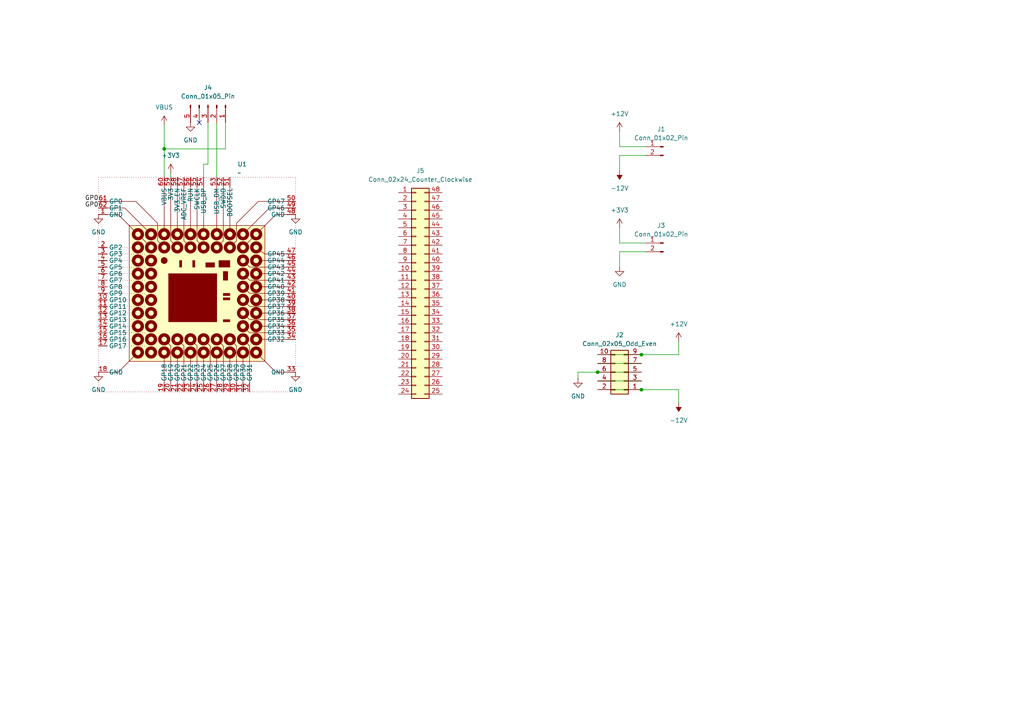
<source format=kicad_sch>
(kicad_sch (version 20231120) (generator "eeschema") (generator_version "8.0")
  (paper "A4")
  (lib_symbols
    (symbol "Connector:Conn_01x02_Pin" (pin_names (offset 1.016) hide)
      (property "Reference" "J" (at 0 2.54 0))
      (property "Value" "Conn_01x02_Pin" (at 0 -5.08 0))
      (symbol "Conn_01x02_Pin_1_1"
        (polyline (pts (xy 1.27 -2.54) (xy 0.8636 -2.54)) (stroke (width 0.1524)))
        (polyline (pts (xy 1.27 0) (xy 0.8636 0)) (stroke (width 0.1524)))
        (rectangle (start 0.8636 -2.413) (end 0 -2.667) (stroke (width 0.1524)) (fill (type outline)))
        (rectangle (start 0.8636 0.127) (end 0 -0.127) (stroke (width 0.1524)) (fill (type outline)))
        (pin passive line (at 5.08 0 180) (length 3.81) (name "Pin_1") (number "1"))
        (pin passive line (at 5.08 -2.54 180) (length 3.81) (name "Pin_2") (number "2"))
      )
    )
    (symbol "Connector:Conn_01x05_Pin" (pin_names (offset 1.016) hide)
      (property "Reference" "J" (at 0 7.62 0))
      (property "Value" "Conn_01x05_Pin" (at 0 -7.62 0))
      (symbol "Conn_01x05_Pin_1_1"
        (polyline (pts (xy 1.27 -5.08) (xy 0.8636 -5.08)) (stroke (width 0.1524)))
        (polyline (pts (xy 1.27 -2.54) (xy 0.8636 -2.54)) (stroke (width 0.1524)))
        (polyline (pts (xy 1.27 0) (xy 0.8636 0)) (stroke (width 0.1524)))
        (polyline (pts (xy 1.27 2.54) (xy 0.8636 2.54)) (stroke (width 0.1524)))
        (polyline (pts (xy 1.27 5.08) (xy 0.8636 5.08)) (stroke (width 0.1524)))
        (rectangle (start 0.8636 -4.953) (end 0 -5.207) (stroke (width 0.1524)) (fill (type outline)))
        (rectangle (start 0.8636 -2.413) (end 0 -2.667) (stroke (width 0.1524)) (fill (type outline)))
        (rectangle (start 0.8636 0.127) (end 0 -0.127) (stroke (width 0.1524)) (fill (type outline)))
        (rectangle (start 0.8636 2.667) (end 0 2.413) (stroke (width 0.1524)) (fill (type outline)))
        (rectangle (start 0.8636 5.207) (end 0 4.953) (stroke (width 0.1524)) (fill (type outline)))
        (pin passive line (at 5.08 5.08 180) (length 3.81) (name "Pin_1") (number "1"))
        (pin passive line (at 5.08 2.54 180) (length 3.81) (name "Pin_2") (number "2"))
        (pin passive line (at 5.08 0 180) (length 3.81) (name "Pin_3") (number "3"))
        (pin passive line (at 5.08 -2.54 180) (length 3.81) (name "Pin_4") (number "4"))
        (pin passive line (at 5.08 -5.08 180) (length 3.81) (name "Pin_5") (number "5"))
      )
    )
    (symbol "Connector_Generic:Conn_02x05_Odd_Even" (pin_names (offset 1.016) hide)
      (property "Reference" "J" (at 1.27 7.62 0))
      (property "Value" "Conn_02x05_Odd_Even" (at 1.27 -7.62 0))
      (symbol "Conn_02x05_Odd_Even_1_1"
        (rectangle (start -1.27 -4.953) (end 0 -5.207) (stroke (width 0.1524)))
        (rectangle (start -1.27 -2.413) (end 0 -2.667) (stroke (width 0.1524)))
        (rectangle (start -1.27 0.127) (end 0 -0.127) (stroke (width 0.1524)))
        (rectangle (start -1.27 2.667) (end 0 2.413) (stroke (width 0.1524)))
        (rectangle (start -1.27 5.207) (end 0 4.953) (stroke (width 0.1524)))
        (rectangle (start -1.27 6.35) (end 3.81 -6.35) (stroke (width 0.254)) (fill (type background)))
        (rectangle (start 3.81 -4.953) (end 2.54 -5.207) (stroke (width 0.1524)))
        (rectangle (start 3.81 -2.413) (end 2.54 -2.667) (stroke (width 0.1524)))
        (rectangle (start 3.81 0.127) (end 2.54 -0.127) (stroke (width 0.1524)))
        (rectangle (start 3.81 2.667) (end 2.54 2.413) (stroke (width 0.1524)))
        (rectangle (start 3.81 5.207) (end 2.54 4.953) (stroke (width 0.1524)))
        (pin passive line (at -5.08 5.08 0) (length 3.81) (name "Pin_1") (number "1"))
        (pin passive line (at 7.62 -5.08 180) (length 3.81) (name "Pin_10") (number "10"))
        (pin passive line (at 7.62 5.08 180) (length 3.81) (name "Pin_2") (number "2"))
        (pin passive line (at -5.08 2.54 0) (length 3.81) (name "Pin_3") (number "3"))
        (pin passive line (at 7.62 2.54 180) (length 3.81) (name "Pin_4") (number "4"))
        (pin passive line (at -5.08 0 0) (length 3.81) (name "Pin_5") (number "5"))
        (pin passive line (at 7.62 0 180) (length 3.81) (name "Pin_6") (number "6"))
        (pin passive line (at -5.08 -2.54 0) (length 3.81) (name "Pin_7") (number "7"))
        (pin passive line (at 7.62 -2.54 180) (length 3.81) (name "Pin_8") (number "8"))
        (pin passive line (at -5.08 -5.08 0) (length 3.81) (name "Pin_9") (number "9"))
      )
    )
    (symbol "Connector_Generic:Conn_02x24_Counter_Clockwise" (pin_names (offset 1.016) hide)
      (property "Reference" "J" (at 1.27 30.48 0))
      (property "Value" "Conn_02x24_Counter_Clockwise" (at 1.27 -33.02 0))
      (symbol "Conn_02x24_Counter_Clockwise_1_1"
        (rectangle (start -1.27 -30.353) (end 0 -30.607) (stroke (width 0.1524)))
        (rectangle (start -1.27 -27.813) (end 0 -28.067) (stroke (width 0.1524)))
        (rectangle (start -1.27 -25.273) (end 0 -25.527) (stroke (width 0.1524)))
        (rectangle (start -1.27 -22.733) (end 0 -22.987) (stroke (width 0.1524)))
        (rectangle (start -1.27 -20.193) (end 0 -20.447) (stroke (width 0.1524)))
        (rectangle (start -1.27 -17.653) (end 0 -17.907) (stroke (width 0.1524)))
        (rectangle (start -1.27 -15.113) (end 0 -15.367) (stroke (width 0.1524)))
        (rectangle (start -1.27 -12.573) (end 0 -12.827) (stroke (width 0.1524)))
        (rectangle (start -1.27 -10.033) (end 0 -10.287) (stroke (width 0.1524)))
        (rectangle (start -1.27 -7.493) (end 0 -7.747) (stroke (width 0.1524)))
        (rectangle (start -1.27 -4.953) (end 0 -5.207) (stroke (width 0.1524)))
        (rectangle (start -1.27 -2.413) (end 0 -2.667) (stroke (width 0.1524)))
        (rectangle (start -1.27 0.127) (end 0 -0.127) (stroke (width 0.1524)))
        (rectangle (start -1.27 2.667) (end 0 2.413) (stroke (width 0.1524)))
        (rectangle (start -1.27 5.207) (end 0 4.953) (stroke (width 0.1524)))
        (rectangle (start -1.27 7.747) (end 0 7.493) (stroke (width 0.1524)))
        (rectangle (start -1.27 10.287) (end 0 10.033) (stroke (width 0.1524)))
        (rectangle (start -1.27 12.827) (end 0 12.573) (stroke (width 0.1524)))
        (rectangle (start -1.27 15.367) (end 0 15.113) (stroke (width 0.1524)))
        (rectangle (start -1.27 17.907) (end 0 17.653) (stroke (width 0.1524)))
        (rectangle (start -1.27 20.447) (end 0 20.193) (stroke (width 0.1524)))
        (rectangle (start -1.27 22.987) (end 0 22.733) (stroke (width 0.1524)))
        (rectangle (start -1.27 25.527) (end 0 25.273) (stroke (width 0.1524)))
        (rectangle (start -1.27 28.067) (end 0 27.813) (stroke (width 0.1524)))
        (rectangle (start -1.27 29.21) (end 3.81 -31.75) (stroke (width 0.254)) (fill (type background)))
        (rectangle (start 3.81 -30.353) (end 2.54 -30.607) (stroke (width 0.1524)))
        (rectangle (start 3.81 -27.813) (end 2.54 -28.067) (stroke (width 0.1524)))
        (rectangle (start 3.81 -25.273) (end 2.54 -25.527) (stroke (width 0.1524)))
        (rectangle (start 3.81 -22.733) (end 2.54 -22.987) (stroke (width 0.1524)))
        (rectangle (start 3.81 -20.193) (end 2.54 -20.447) (stroke (width 0.1524)))
        (rectangle (start 3.81 -17.653) (end 2.54 -17.907) (stroke (width 0.1524)))
        (rectangle (start 3.81 -15.113) (end 2.54 -15.367) (stroke (width 0.1524)))
        (rectangle (start 3.81 -12.573) (end 2.54 -12.827) (stroke (width 0.1524)))
        (rectangle (start 3.81 -10.033) (end 2.54 -10.287) (stroke (width 0.1524)))
        (rectangle (start 3.81 -7.493) (end 2.54 -7.747) (stroke (width 0.1524)))
        (rectangle (start 3.81 -4.953) (end 2.54 -5.207) (stroke (width 0.1524)))
        (rectangle (start 3.81 -2.413) (end 2.54 -2.667) (stroke (width 0.1524)))
        (rectangle (start 3.81 0.127) (end 2.54 -0.127) (stroke (width 0.1524)))
        (rectangle (start 3.81 2.667) (end 2.54 2.413) (stroke (width 0.1524)))
        (rectangle (start 3.81 5.207) (end 2.54 4.953) (stroke (width 0.1524)))
        (rectangle (start 3.81 7.747) (end 2.54 7.493) (stroke (width 0.1524)))
        (rectangle (start 3.81 10.287) (end 2.54 10.033) (stroke (width 0.1524)))
        (rectangle (start 3.81 12.827) (end 2.54 12.573) (stroke (width 0.1524)))
        (rectangle (start 3.81 15.367) (end 2.54 15.113) (stroke (width 0.1524)))
        (rectangle (start 3.81 17.907) (end 2.54 17.653) (stroke (width 0.1524)))
        (rectangle (start 3.81 20.447) (end 2.54 20.193) (stroke (width 0.1524)))
        (rectangle (start 3.81 22.987) (end 2.54 22.733) (stroke (width 0.1524)))
        (rectangle (start 3.81 25.527) (end 2.54 25.273) (stroke (width 0.1524)))
        (rectangle (start 3.81 28.067) (end 2.54 27.813) (stroke (width 0.1524)))
        (pin passive line (at -5.08 27.94 0) (length 3.81) (name "Pin_1") (number "1"))
        (pin passive line (at -5.08 5.08 0) (length 3.81) (name "Pin_10") (number "10"))
        (pin passive line (at -5.08 2.54 0) (length 3.81) (name "Pin_11") (number "11"))
        (pin passive line (at -5.08 0 0) (length 3.81) (name "Pin_12") (number "12"))
        (pin passive line (at -5.08 -2.54 0) (length 3.81) (name "Pin_13") (number "13"))
        (pin passive line (at -5.08 -5.08 0) (length 3.81) (name "Pin_14") (number "14"))
        (pin passive line (at -5.08 -7.62 0) (length 3.81) (name "Pin_15") (number "15"))
        (pin passive line (at -5.08 -10.16 0) (length 3.81) (name "Pin_16") (number "16"))
        (pin passive line (at -5.08 -12.7 0) (length 3.81) (name "Pin_17") (number "17"))
        (pin passive line (at -5.08 -15.24 0) (length 3.81) (name "Pin_18") (number "18"))
        (pin passive line (at -5.08 -17.78 0) (length 3.81) (name "Pin_19") (number "19"))
        (pin passive line (at -5.08 25.4 0) (length 3.81) (name "Pin_2") (number "2"))
        (pin passive line (at -5.08 -20.32 0) (length 3.81) (name "Pin_20") (number "20"))
        (pin passive line (at -5.08 -22.86 0) (length 3.81) (name "Pin_21") (number "21"))
        (pin passive line (at -5.08 -25.4 0) (length 3.81) (name "Pin_22") (number "22"))
        (pin passive line (at -5.08 -27.94 0) (length 3.81) (name "Pin_23") (number "23"))
        (pin passive line (at -5.08 -30.48 0) (length 3.81) (name "Pin_24") (number "24"))
        (pin passive line (at 7.62 -30.48 180) (length 3.81) (name "Pin_25") (number "25"))
        (pin passive line (at 7.62 -27.94 180) (length 3.81) (name "Pin_26") (number "26"))
        (pin passive line (at 7.62 -25.4 180) (length 3.81) (name "Pin_27") (number "27"))
        (pin passive line (at 7.62 -22.86 180) (length 3.81) (name "Pin_28") (number "28"))
        (pin passive line (at 7.62 -20.32 180) (length 3.81) (name "Pin_29") (number "29"))
        (pin passive line (at -5.08 22.86 0) (length 3.81) (name "Pin_3") (number "3"))
        (pin passive line (at 7.62 -17.78 180) (length 3.81) (name "Pin_30") (number "30"))
        (pin passive line (at 7.62 -15.24 180) (length 3.81) (name "Pin_31") (number "31"))
        (pin passive line (at 7.62 -12.7 180) (length 3.81) (name "Pin_32") (number "32"))
        (pin passive line (at 7.62 -10.16 180) (length 3.81) (name "Pin_33") (number "33"))
        (pin passive line (at 7.62 -7.62 180) (length 3.81) (name "Pin_34") (number "34"))
        (pin passive line (at 7.62 -5.08 180) (length 3.81) (name "Pin_35") (number "35"))
        (pin passive line (at 7.62 -2.54 180) (length 3.81) (name "Pin_36") (number "36"))
        (pin passive line (at 7.62 0 180) (length 3.81) (name "Pin_37") (number "37"))
        (pin passive line (at 7.62 2.54 180) (length 3.81) (name "Pin_38") (number "38"))
        (pin passive line (at 7.62 5.08 180) (length 3.81) (name "Pin_39") (number "39"))
        (pin passive line (at -5.08 20.32 0) (length 3.81) (name "Pin_4") (number "4"))
        (pin passive line (at 7.62 7.62 180) (length 3.81) (name "Pin_40") (number "40"))
        (pin passive line (at 7.62 10.16 180) (length 3.81) (name "Pin_41") (number "41"))
        (pin passive line (at 7.62 12.7 180) (length 3.81) (name "Pin_42") (number "42"))
        (pin passive line (at 7.62 15.24 180) (length 3.81) (name "Pin_43") (number "43"))
        (pin passive line (at 7.62 17.78 180) (length 3.81) (name "Pin_44") (number "44"))
        (pin passive line (at 7.62 20.32 180) (length 3.81) (name "Pin_45") (number "45"))
        (pin passive line (at 7.62 22.86 180) (length 3.81) (name "Pin_46") (number "46"))
        (pin passive line (at 7.62 25.4 180) (length 3.81) (name "Pin_47") (number "47"))
        (pin passive line (at 7.62 27.94 180) (length 3.81) (name "Pin_48") (number "48"))
        (pin passive line (at -5.08 17.78 0) (length 3.81) (name "Pin_5") (number "5"))
        (pin passive line (at -5.08 15.24 0) (length 3.81) (name "Pin_6") (number "6"))
        (pin passive line (at -5.08 12.7 0) (length 3.81) (name "Pin_7") (number "7"))
        (pin passive line (at -5.08 10.16 0) (length 3.81) (name "Pin_8") (number "8"))
        (pin passive line (at -5.08 7.62 0) (length 3.81) (name "Pin_9") (number "9"))
      )
    )
    (symbol "allen-synthesis:PGA2350"
      (property "Reference" "U" (at 0 1.27 0))
      (symbol "PGA2350_1_1"
        (polyline (pts (xy 2.54 -46.99) (xy 10.16 -46.99)))
        (polyline (pts (xy 2.54 -43.18) (xy 10.16 -43.18)))
        (polyline (pts (xy 2.54 -39.37) (xy 10.16 -39.37)))
        (polyline (pts (xy 2.54 -35.56) (xy 10.16 -35.56)))
        (polyline (pts (xy 2.54 -31.75) (xy 10.16 -31.75)))
        (polyline (pts (xy 2.54 -27.94) (xy 10.16 -27.94)))
        (polyline (pts (xy 2.54 -24.13) (xy 10.16 -24.13)))
        (polyline (pts (xy 2.54 -20.32) (xy 10.16 -20.32)))
        (polyline (pts (xy 14.605 -19.685) (xy 12.065 -17.145)))
        (polyline (pts (xy 19.05 -59.69) (xy 19.05 -52.07)))
        (polyline (pts (xy 19.05 -2.54) (xy 19.05 -15.24)))
        (polyline (pts (xy 22.86 -59.69) (xy 22.86 -52.07)))
        (polyline (pts (xy 22.86 -2.54) (xy 22.86 -15.24)))
        (polyline (pts (xy 26.67 -59.69) (xy 26.67 -52.07)))
        (polyline (pts (xy 26.67 -2.54) (xy 26.67 -15.24)))
        (polyline (pts (xy 30.48 -59.69) (xy 30.48 -52.07)))
        (polyline (pts (xy 30.48 -2.54) (xy 30.48 -15.24)))
        (polyline (pts (xy 34.29 -59.69) (xy 34.29 -52.07)))
        (polyline (pts (xy 34.29 -2.54) (xy 34.29 -15.24)))
        (polyline (pts (xy 38.1 -59.69) (xy 38.1 -52.07)))
        (polyline (pts (xy 38.1 -2.54) (xy 38.1 -15.24)))
        (polyline (pts (xy 41.91 -59.69) (xy 41.91 -52.07)))
        (polyline (pts (xy 42.545 -19.685) (xy 45.085 -17.145)))
        (polyline (pts (xy 54.61 -46.99) (xy 46.99 -46.99)))
        (polyline (pts (xy 54.61 -43.18) (xy 46.99 -43.18)))
        (polyline (pts (xy 54.61 -39.37) (xy 46.99 -39.37)))
        (polyline (pts (xy 54.61 -35.56) (xy 46.99 -35.56)))
        (polyline (pts (xy 54.61 -31.75) (xy 46.99 -31.75)))
        (polyline (pts (xy 54.61 -27.94) (xy 46.99 -27.94)))
        (polyline (pts (xy 54.61 -24.13) (xy 46.99 -24.13)))
        (polyline (pts (xy 2.54 -48.895) (xy 13.335 -48.895) (xy 14.605 -50.165)))
        (polyline (pts (xy 2.54 -45.085) (xy 13.335 -45.085) (xy 14.605 -46.355)))
        (polyline (pts (xy 2.54 -41.275) (xy 13.335 -41.275) (xy 14.605 -42.545)))
        (polyline (pts (xy 2.54 -37.465) (xy 13.335 -37.465) (xy 14.605 -38.735)))
        (polyline (pts (xy 2.54 -33.655) (xy 13.335 -33.655) (xy 14.605 -34.925)))
        (polyline (pts (xy 2.54 -29.845) (xy 13.335 -29.845) (xy 14.605 -31.115)))
        (polyline (pts (xy 2.54 -26.035) (xy 13.335 -26.035) (xy 14.605 -27.305)))
        (polyline (pts (xy 2.54 -22.225) (xy 13.335 -22.225) (xy 14.605 -23.495)))
        (polyline (pts (xy 10.795 -51.435) (xy 5.715 -56.515) (xy 2.54 -56.515)))
        (polyline (pts (xy 10.795 -15.875) (xy 5.715 -10.795) (xy 2.54 -10.795)))
        (polyline (pts (xy 14.605 -15.875) (xy 7.62 -8.89) (xy 2.54 -8.89)))
        (polyline (pts (xy 20.955 -59.69) (xy 20.955 -48.895) (xy 19.685 -47.625)))
        (polyline (pts (xy 20.955 -2.54) (xy 20.955 -18.415) (xy 22.225 -19.685)))
        (polyline (pts (xy 24.765 -59.69) (xy 24.765 -48.895) (xy 23.495 -47.625)))
        (polyline (pts (xy 24.765 -2.54) (xy 24.765 -18.415) (xy 26.035 -19.685)))
        (polyline (pts (xy 28.575 -59.69) (xy 28.575 -48.895) (xy 27.305 -47.625)))
        (polyline (pts (xy 28.575 -2.54) (xy 28.575 -18.415) (xy 29.845 -19.685)))
        (polyline (pts (xy 32.385 -59.69) (xy 32.385 -48.895) (xy 31.115 -47.625)))
        (polyline (pts (xy 36.195 -59.69) (xy 36.195 -48.895) (xy 34.925 -47.625)))
        (polyline (pts (xy 36.195 -2.54) (xy 36.195 -18.415) (xy 34.925 -19.685)))
        (polyline (pts (xy 40.005 -59.69) (xy 40.005 -48.895) (xy 38.735 -47.625)))
        (polyline (pts (xy 42.545 -15.875) (xy 49.53 -8.89) (xy 54.61 -8.89)))
        (polyline (pts (xy 43.815 -59.69) (xy 43.815 -48.895) (xy 42.545 -47.625)))
        (polyline (pts (xy 46.355 -51.435) (xy 51.435 -56.515) (xy 54.61 -56.515)))
        (polyline (pts (xy 46.355 -15.875) (xy 51.435 -10.795) (xy 54.61 -10.795)))
        (polyline (pts (xy 54.61 -45.085) (xy 43.815 -45.085) (xy 42.545 -43.815)))
        (polyline (pts (xy 54.61 -41.275) (xy 43.815 -41.275) (xy 42.545 -40.005)))
        (polyline (pts (xy 54.61 -37.465) (xy 43.815 -37.465) (xy 42.545 -36.195)))
        (polyline (pts (xy 54.61 -33.655) (xy 43.815 -33.655) (xy 42.545 -32.385)))
        (polyline (pts (xy 54.61 -29.845) (xy 43.815 -29.845) (xy 42.545 -28.575)))
        (polyline (pts (xy 54.61 -26.035) (xy 43.815 -26.035) (xy 42.545 -24.765)))
        (polyline (pts (xy 54.61 -22.225) (xy 48.26 -22.225) (xy 46.355 -20.955)))
        (polyline (pts (xy 18.415 -19.685) (xy 17.145 -18.415) (xy 17.145 -13.335) (xy 10.795 -6.985) (xy 2.54 -6.985)))
        (polyline (pts (xy 38.735 -19.685) (xy 40.005 -18.415) (xy 40.005 -13.335) (xy 46.355 -6.985) (xy 54.61 -6.985)))
        (rectangle (start 0 0) (end 57.15 -62.23) (stroke (width 0) (type dot)))
        (rectangle (start 8.89 -13.97) (end 48.26 -53.34) (fill (type background)))
        (circle (center 11.43 -50.8) (radius 1.27) (stroke (width 1)))
        (circle (center 11.43 -46.99) (radius 1.27) (stroke (width 1)))
        (circle (center 11.43 -43.18) (radius 1.27) (stroke (width 1)))
        (circle (center 11.43 -39.37) (radius 1.27) (stroke (width 1)))
        (circle (center 11.43 -35.56) (radius 1.27) (stroke (width 1)))
        (circle (center 11.43 -31.75) (radius 1.27) (stroke (width 1)))
        (circle (center 11.43 -27.94) (radius 1.27) (stroke (width 1)))
        (circle (center 11.43 -24.13) (radius 1.27) (stroke (width 1)))
        (circle (center 11.43 -20.32) (radius 1.27) (stroke (width 1)))
        (circle (center 11.43 -16.51) (radius 1.27) (stroke (width 1)))
        (circle (center 15.24 -50.8) (radius 1.27) (stroke (width 1)))
        (circle (center 15.24 -46.99) (radius 1.27) (stroke (width 1)))
        (circle (center 15.24 -43.18) (radius 1.27) (stroke (width 1)))
        (circle (center 15.24 -39.37) (radius 1.27) (stroke (width 1)))
        (circle (center 15.24 -35.56) (radius 1.27) (stroke (width 1)))
        (circle (center 15.24 -31.75) (radius 1.27) (stroke (width 1)))
        (circle (center 15.24 -27.94) (radius 1.27) (stroke (width 1)))
        (circle (center 15.24 -24.13) (radius 1.27) (stroke (width 1)))
        (circle (center 15.24 -20.32) (radius 1.27) (stroke (width 1)))
        (circle (center 15.24 -16.51) (radius 1.27) (stroke (width 1)))
        (circle (center 19.05 -50.8) (radius 1.27) (stroke (width 1)))
        (circle (center 19.05 -46.99) (radius 1.27) (stroke (width 1)))
        (circle (center 19.05 -24.13) (radius 0.898) (fill (type outline)))
        (circle (center 19.05 -20.32) (radius 1.27) (stroke (width 1)))
        (circle (center 19.05 -16.51) (radius 1.27) (stroke (width 1)))
        (rectangle (start 20.32 -27.94) (end 34.29 -41.91) (fill (type outline)))
        (circle (center 22.86 -50.8) (radius 1.27) (stroke (width 1)))
        (circle (center 22.86 -46.99) (radius 1.27) (stroke (width 1)))
        (circle (center 22.86 -20.32) (radius 1.27) (stroke (width 1)))
        (circle (center 22.86 -16.51) (radius 1.27) (stroke (width 1)))
        (rectangle (start 23.495 -24.13) (end 24.13 -26.035) (fill (type outline)))
        (circle (center 26.67 -50.8) (radius 1.27) (stroke (width 1)))
        (circle (center 26.67 -46.99) (radius 1.27) (stroke (width 1)))
        (circle (center 26.67 -20.32) (radius 1.27) (stroke (width 1)))
        (circle (center 26.67 -16.51) (radius 1.27) (stroke (width 1)))
        (rectangle (start 27.305 -24.13) (end 27.94 -26.035) (fill (type outline)))
        (circle (center 30.48 -50.8) (radius 1.27) (stroke (width 1)))
        (circle (center 30.48 -46.99) (radius 1.27) (stroke (width 1)))
        (circle (center 30.48 -20.32) (radius 1.27) (stroke (width 1)))
        (circle (center 30.48 -16.51) (radius 1.27) (stroke (width 1)))
        (rectangle (start 31.115 -26.035) (end 33.655 -24.765) (fill (type outline)))
        (circle (center 34.29 -50.8) (radius 1.27) (stroke (width 1)))
        (circle (center 34.29 -46.99) (radius 1.27) (stroke (width 1)))
        (circle (center 34.29 -20.32) (radius 1.27) (stroke (width 1)))
        (circle (center 34.29 -16.51) (radius 1.27) (stroke (width 1)))
        (rectangle (start 34.925 -24.13) (end 38.1 -26.035) (fill (type outline)))
        (rectangle (start 36.195 -41.91) (end 38.1 -41.275) (fill (type outline)))
        (rectangle (start 36.195 -35.56) (end 38.1 -34.925) (fill (type outline)))
        (rectangle (start 36.195 -34.29) (end 38.1 -33.655) (fill (type outline)))
        (rectangle (start 36.195 -27.305) (end 37.465 -29.845) (fill (type outline)))
        (circle (center 38.1 -50.8) (radius 1.27) (stroke (width 1)))
        (circle (center 38.1 -46.99) (radius 1.27) (stroke (width 1)))
        (circle (center 38.1 -20.32) (radius 1.27) (stroke (width 1)))
        (circle (center 38.1 -16.51) (radius 1.27) (stroke (width 1)))
        (circle (center 41.91 -50.8) (radius 1.27) (stroke (width 1)))
        (circle (center 41.91 -46.99) (radius 1.27) (stroke (width 1)))
        (circle (center 41.91 -43.18) (radius 1.27) (stroke (width 1)))
        (circle (center 41.91 -39.37) (radius 1.27) (stroke (width 1)))
        (circle (center 41.91 -35.56) (radius 1.27) (stroke (width 1)))
        (circle (center 41.91 -31.75) (radius 1.27) (stroke (width 1)))
        (circle (center 41.91 -27.94) (radius 1.27) (stroke (width 1)))
        (circle (center 41.91 -24.13) (radius 1.27) (stroke (width 1)))
        (circle (center 41.91 -20.32) (radius 1.27) (stroke (width 1)))
        (circle (center 41.91 -16.51) (radius 1.27) (stroke (width 1)))
        (circle (center 45.72 -50.8) (radius 1.27) (stroke (width 1)))
        (circle (center 45.72 -46.99) (radius 1.27) (stroke (width 1)))
        (circle (center 45.72 -43.18) (radius 1.27) (stroke (width 1)))
        (circle (center 45.72 -39.37) (radius 1.27) (stroke (width 1)))
        (circle (center 45.72 -35.56) (radius 1.27) (stroke (width 1)))
        (circle (center 45.72 -31.75) (radius 1.27) (stroke (width 1)))
        (circle (center 45.72 -27.94) (radius 1.27) (stroke (width 1)))
        (circle (center 45.72 -24.13) (radius 1.27) (stroke (width 1)))
        (circle (center 45.72 -20.32) (radius 1.27) (stroke (width 1)))
        (circle (center 45.72 -16.51) (radius 1.27) (stroke (width 1)))
        (pin bidirectional line (at 0 -10.795 0) (length 2.54) (name "GND") (number "1"))
        (pin bidirectional line (at 0 -35.56 0) (length 2.54) (name "GP10") (number "10"))
        (pin bidirectional line (at 0 -37.465 0) (length 2.54) (name "GP11") (number "11"))
        (pin bidirectional line (at 0 -39.37 0) (length 2.54) (name "GP12") (number "12"))
        (pin bidirectional line (at 0 -41.275 0) (length 2.54) (name "GP13") (number "13"))
        (pin bidirectional line (at 0 -43.18 0) (length 2.54) (name "GP14") (number "14"))
        (pin bidirectional line (at 0 -45.085 0) (length 2.54) (name "GP15") (number "15"))
        (pin bidirectional line (at 0 -46.99 0) (length 2.54) (name "GP16") (number "16"))
        (pin bidirectional line (at 0 -48.895 0) (length 2.54) (name "GP17") (number "17"))
        (pin bidirectional line (at 0 -56.515 0) (length 2.54) (name "GND") (number "18"))
        (pin bidirectional line (at 19.05 -62.23 90) (length 2.54) (name "GP18") (number "19"))
        (pin bidirectional line (at 0 -20.32 0) (length 2.54) (name "GP2") (number "2"))
        (pin bidirectional line (at 20.955 -62.23 90) (length 2.54) (name "GP19") (number "20"))
        (pin bidirectional line (at 22.86 -62.23 90) (length 2.54) (name "GP20") (number "21"))
        (pin bidirectional line (at 24.765 -62.23 90) (length 2.54) (name "GP21") (number "22"))
        (pin bidirectional line (at 26.67 -62.23 90) (length 2.54) (name "GP22") (number "23"))
        (pin bidirectional line (at 28.575 -62.23 90) (length 2.54) (name "GP23") (number "24"))
        (pin bidirectional line (at 30.48 -62.23 90) (length 2.54) (name "GP24") (number "25"))
        (pin bidirectional line (at 32.385 -62.23 90) (length 2.54) (name "GP25") (number "26"))
        (pin bidirectional line (at 34.29 -62.23 90) (length 2.54) (name "GP26") (number "27"))
        (pin bidirectional line (at 36.195 -62.23 90) (length 2.54) (name "GP27") (number "28"))
        (pin bidirectional line (at 38.1 -62.23 90) (length 2.54) (name "GP28") (number "29"))
        (pin bidirectional line (at 0 -22.225 0) (length 2.54) (name "GP3") (number "3"))
        (pin bidirectional line (at 40.005 -62.23 90) (length 2.54) (name "GP29") (number "30"))
        (pin bidirectional line (at 41.91 -62.23 90) (length 2.54) (name "GP30") (number "31"))
        (pin bidirectional line (at 43.815 -62.23 90) (length 2.54) (name "GP31") (number "32"))
        (pin bidirectional line (at 57.15 -56.515 180) (length 2.54) (name "GND") (number "33"))
        (pin bidirectional line (at 57.15 -46.99 180) (length 2.54) (name "GP32") (number "34"))
        (pin bidirectional line (at 57.15 -45.085 180) (length 2.54) (name "GP33") (number "35"))
        (pin bidirectional line (at 57.15 -43.18 180) (length 2.54) (name "GP34") (number "36"))
        (pin bidirectional line (at 57.15 -41.275 180) (length 2.54) (name "GP35") (number "37"))
        (pin bidirectional line (at 57.15 -39.37 180) (length 2.54) (name "GP36") (number "38"))
        (pin bidirectional line (at 57.15 -37.465 180) (length 2.54) (name "GP37") (number "39"))
        (pin bidirectional line (at 0 -24.13 0) (length 2.54) (name "GP4") (number "4"))
        (pin bidirectional line (at 57.15 -35.56 180) (length 2.54) (name "GP38") (number "40"))
        (pin bidirectional line (at 57.15 -33.655 180) (length 2.54) (name "GP39") (number "41"))
        (pin bidirectional line (at 57.15 -31.75 180) (length 2.54) (name "GP40") (number "42"))
        (pin bidirectional line (at 57.15 -29.845 180) (length 2.54) (name "GP41") (number "43"))
        (pin bidirectional line (at 57.15 -27.94 180) (length 2.54) (name "GP42") (number "44"))
        (pin bidirectional line (at 57.15 -26.035 180) (length 2.54) (name "GP43") (number "45"))
        (pin bidirectional line (at 57.15 -24.13 180) (length 2.54) (name "GP44") (number "46"))
        (pin bidirectional line (at 57.15 -22.225 180) (length 2.54) (name "GP45") (number "47"))
        (pin bidirectional line (at 57.15 -10.795 180) (length 2.54) (name "GND") (number "48"))
        (pin bidirectional line (at 57.15 -8.89 180) (length 2.54) (name "GP46") (number "49"))
        (pin bidirectional line (at 0 -26.035 0) (length 2.54) (name "GP5") (number "5"))
        (pin bidirectional line (at 57.15 -6.985 180) (length 2.54) (name "GP47") (number "50"))
        (pin bidirectional line (at 38.1 0 270) (length 2.54) (name "BOOTSEL") (number "51"))
        (pin bidirectional line (at 36.195 0 270) (length 2.54) (name "SWDIO") (number "52"))
        (pin bidirectional line (at 34.29 0 270) (length 2.54) (name "USB_DM") (number "53"))
        (pin bidirectional line (at 30.48 0 270) (length 2.54) (name "USB_DP") (number "54"))
        (pin bidirectional line (at 28.575 0 270) (length 2.54) (name "SWCLK") (number "55"))
        (pin bidirectional line (at 26.67 0 270) (length 2.54) (name "RUN") (number "56"))
        (pin bidirectional line (at 24.765 0 270) (length 2.54) (name "ADC_VREF") (number "57"))
        (pin bidirectional line (at 22.86 0 270) (length 2.54) (name "3V3_EN") (number "58"))
        (pin bidirectional line (at 20.955 0 270) (length 2.54) (name "3V3") (number "59"))
        (pin bidirectional line (at 0 -27.94 0) (length 2.54) (name "GP6") (number "6"))
        (pin bidirectional line (at 19.05 0 270) (length 2.54) (name "VBUS") (number "60"))
        (pin bidirectional line (at 0 -6.985 0) (length 2.54) (name "GP0") (number "61"))
        (pin bidirectional line (at 0 -8.89 0) (length 2.54) (name "GP1") (number "62"))
        (pin bidirectional line (at 0 -29.845 0) (length 2.54) (name "GP7") (number "7"))
        (pin bidirectional line (at 0 -31.75 0) (length 2.54) (name "GP8") (number "8"))
        (pin bidirectional line (at 0 -33.655 0) (length 2.54) (name "GP9") (number "9"))
      )
    )
    (symbol "power:+12V" (power) (pin_numbers hide) (pin_names (offset 0) hide)
      (property "Value" "+12V" (at 0 3.556 0))
      (symbol "+12V_0_1"
        (polyline (pts (xy -0.762 1.27) (xy 0 2.54)))
        (polyline (pts (xy 0 0) (xy 0 2.54)))
        (polyline (pts (xy 0 2.54) (xy 0.762 1.27)))
      )
      (symbol "+12V_1_1"
        (pin power_in line (at 0 0 90) (length 0) (name "~") (number "1"))
      )
    )
    (symbol "power:+3V3" (power) (pin_numbers hide) (pin_names (offset 0) hide)
      (property "Value" "+3V3" (at 0 3.556 0))
      (symbol "+3V3_0_1"
        (polyline (pts (xy -0.762 1.27) (xy 0 2.54)))
        (polyline (pts (xy 0 0) (xy 0 2.54)))
        (polyline (pts (xy 0 2.54) (xy 0.762 1.27)))
      )
      (symbol "+3V3_1_1"
        (pin power_in line (at 0 0 90) (length 0) (name "~") (number "1"))
      )
    )
    (symbol "power:-12V" (power) (pin_numbers hide) (pin_names (offset 0) hide)
      (property "Value" "-12V" (at 0 3.556 0))
      (symbol "-12V_0_0"
        (pin power_in line (at 0 0 90) (length 0) (name "~") (number "1"))
      )
      (symbol "-12V_0_1"
        (polyline (pts (xy 0 0) (xy 0 1.27) (xy 0.762 1.27) (xy 0 2.54) (xy -0.762 1.27) (xy 0 1.27)) (fill (type outline)))
      )
    )
    (symbol "power:GND" (power) (pin_numbers hide) (pin_names (offset 0) hide)
      (property "Value" "GND" (at 0 -3.81 0))
      (symbol "GND_0_1"
        (polyline (pts (xy 0 0) (xy 0 -1.27) (xy 1.27 -1.27) (xy 0 -2.54) (xy -1.27 -1.27) (xy 0 -1.27)))
      )
      (symbol "GND_1_1"
        (pin power_in line (at 0 0 270) (length 0) (name "~") (number "1"))
      )
    )
    (symbol "power:VBUS" (power) (pin_numbers hide) (pin_names (offset 0) hide)
      (property "Value" "VBUS" (at 0 3.556 0))
      (symbol "VBUS_0_1"
        (polyline (pts (xy -0.762 1.27) (xy 0 2.54)))
        (polyline (pts (xy 0 0) (xy 0 2.54)))
        (polyline (pts (xy 0 2.54) (xy 0.762 1.27)))
      )
      (symbol "VBUS_1_1"
        (pin power_in line (at 0 0 90) (length 0) (name "~") (number "1"))
      )
    )
  )
  (junction (at 186.055 113.03))
  (junction (at 47.625 43.18))
  (junction (at 173.355 107.95))
  (junction (at 186.055 102.87))
  (no_connect (at 57.785 35.56))
  (wire (pts (xy 179.705 45.085) (xy 179.705 49.53)))
  (wire (pts (xy 173.355 102.87) (xy 186.055 102.87)))
  (wire (pts (xy 47.625 36.195) (xy 47.625 43.18)))
  (wire (pts (xy 62.865 35.56) (xy 62.865 51.435)))
  (wire (pts (xy 187.325 42.545) (xy 179.705 42.545)))
  (wire (pts (xy 186.055 102.87) (xy 196.85 102.87)))
  (wire (pts (xy 187.325 70.485) (xy 179.705 70.485)))
  (wire (pts (xy 196.85 116.84) (xy 196.85 113.03)))
  (wire (pts (xy 186.055 113.03) (xy 196.85 113.03)))
  (wire (pts (xy 173.355 105.41) (xy 186.055 105.41)))
  (wire (pts (xy 187.325 73.025) (xy 179.705 73.025)))
  (wire (pts (xy 196.85 99.06) (xy 196.85 102.87)))
  (wire (pts (xy 173.355 113.03) (xy 186.055 113.03)))
  (wire (pts (xy 179.705 70.485) (xy 179.705 66.04)))
  (wire (pts (xy 49.53 50.165) (xy 49.53 51.435)))
  (wire (pts (xy 173.355 107.95) (xy 186.055 107.95)))
  (wire (pts (xy 60.325 35.56) (xy 60.325 47.625)))
  (wire (pts (xy 179.705 42.545) (xy 179.705 38.1)))
  (wire (pts (xy 65.405 35.56) (xy 65.405 43.18)))
  (wire (pts (xy 179.705 73.025) (xy 179.705 77.47)))
  (wire (pts (xy 59.055 47.625) (xy 59.055 51.435)))
  (wire (pts (xy 167.64 107.95) (xy 173.355 107.95)))
  (wire (pts (xy 60.325 47.625) (xy 59.055 47.625)))
  (wire (pts (xy 167.64 109.855) (xy 167.64 107.95)))
  (wire (pts (xy 187.325 45.085) (xy 179.705 45.085)))
  (wire (pts (xy 65.405 43.18) (xy 47.625 43.18)))
  (wire (pts (xy 47.625 43.18) (xy 47.625 51.435)))
  (wire (pts (xy 173.355 110.49) (xy 186.055 110.49)))
  (label "GP0" (at 28.575 60.325 180))
  (label "GP0" (at 28.575 58.42 180))
  (symbol (lib_id "power:+3V3") (at 49.53 50.165 0) (unit 1)
    (property "Reference" "#PWR06" (effects (hide yes)))
    (property "Value" "+3V3" (at 49.53 45.085 0))
    (property "Description" "Power symbol creates a global label with name \"+3V3\"" (effects (hide yes)))
  )
  (symbol (lib_id "power:GND") (at 85.725 62.23 0) (unit 1)
    (property "Reference" "#PWR03" (effects (hide yes)))
    (property "Value" "GND" (at 85.725 67.31 0))
    (property "Description" "Power symbol creates a global label with name \"GND\" , ground" (effects (hide yes)))
  )
  (symbol (lib_id "Connector_Generic:Conn_02x05_Odd_Even") (at 180.975 107.95 180) (unit 1)
    (property "Reference" "J2" (at 179.705 97.155 0))
    (property "Value" "Conn_02x05_Odd_Even" (at 179.705 99.695 0))
    (property "Footprint" "allen-synthesis:power-header-10-pin" (effects (hide yes)))
    (property "Description" "Generic connector, double row, 02x05, odd/even pin numbering scheme (row 1 odd numbers, row 2 even numbers), script generated (kicad-library-utils/schlib/autogen/connector/)" (effects (hide yes)))
  )
  (symbol (lib_id "power:-12V") (at 179.705 49.53 180) (unit 1)
    (property "Reference" "#PWR011" (effects (hide yes)))
    (property "Value" "-12V" (at 179.705 54.61 0))
    (property "Description" "Power symbol creates a global label with name \"-12V\"" (effects (hide yes)))
  )
  (symbol (lib_id "power:GND") (at 167.64 109.855 0) (unit 1)
    (property "Reference" "#PWR09" (effects (hide yes)))
    (property "Value" "GND" (at 167.64 114.935 0))
    (property "Description" "Power symbol creates a global label with name \"GND\" , ground" (effects (hide yes)))
  )
  (symbol (lib_id "power:GND") (at 28.575 62.23 0) (unit 1)
    (property "Reference" "#PWR04" (effects (hide yes)))
    (property "Value" "GND" (at 28.575 67.31 0))
    (property "Description" "Power symbol creates a global label with name \"GND\" , ground" (effects (hide yes)))
  )
  (symbol (lib_id "Connector_Generic:Conn_02x24_Counter_Clockwise") (at 120.65 83.82 0) (unit 1)
    (property "Reference" "J5" (at 121.92 49.53 0))
    (property "Value" "Conn_02x24_Counter_Clockwise" (at 121.92 52.07 0))
    (property "Description" "Generic connector, double row, 02x24, counter clockwise pin numbering scheme (similar to DIP package numbering), script generated (kicad-library-utils/schlib/autogen/connector/)" (effects (hide yes)))
  )
  (symbol (lib_id "power:+12V") (at 196.85 99.06 0) (unit 1)
    (property "Reference" "#PWR07" (effects (hide yes)))
    (property "Value" "+12V" (at 196.85 93.98 0))
    (property "Description" "Power symbol creates a global label with name \"+12V\"" (effects (hide yes)))
  )
  (symbol (lib_id "Connector:Conn_01x05_Pin") (at 60.325 30.48 270) (unit 1)
    (property "Reference" "J4" (at 60.325 25.4 90))
    (property "Value" "Conn_01x05_Pin" (at 60.325 27.94 90))
    (property "Footprint" "Connector_PinHeader_2.54mm:PinHeader_1x05_P2.54mm_Vertical" (effects (hide yes)))
    (property "Description" "Generic connector, single row, 01x05, script generated" (effects (hide yes)))
  )
  (symbol (lib_id "power:GND") (at 55.245 35.56 0) (unit 1)
    (property "Reference" "#PWR014" (effects (hide yes)))
    (property "Value" "GND" (at 55.245 40.64 0))
    (property "Description" "Power symbol creates a global label with name \"GND\" , ground" (effects (hide yes)))
  )
  (symbol (lib_id "power:GND") (at 85.725 107.95 0) (unit 1)
    (property "Reference" "#PWR02" (effects (hide yes)))
    (property "Value" "GND" (at 85.725 113.03 0))
    (property "Description" "Power symbol creates a global label with name \"GND\" , ground" (effects (hide yes)))
  )
  (symbol (lib_id "Connector:Conn_01x02_Pin") (at 192.405 42.545 0) (mirror y) (unit 1)
    (property "Reference" "J1" (at 191.77 37.465 0))
    (property "Value" "Conn_01x02_Pin" (at 191.77 40.005 0))
    (property "Footprint" "Connector_PinSocket_2.54mm:PinSocket_1x02_P2.54mm_Vertical" (effects (hide yes)))
    (property "Description" "Generic connector, single row, 01x02, script generated" (effects (hide yes)))
  )
  (symbol (lib_id "Connector:Conn_01x02_Pin") (at 192.405 70.485 0) (mirror y) (unit 1)
    (property "Reference" "J3" (at 191.77 65.405 0))
    (property "Value" "Conn_01x02_Pin" (at 191.77 67.945 0))
    (property "Footprint" "Connector_PinSocket_2.54mm:PinSocket_1x02_P2.54mm_Vertical" (effects (hide yes)))
    (property "Description" "Generic connector, single row, 01x02, script generated" (effects (hide yes)))
  )
  (symbol (lib_id "power:+12V") (at 179.705 38.1 0) (unit 1)
    (property "Reference" "#PWR010" (effects (hide yes)))
    (property "Value" "+12V" (at 179.705 33.02 0))
    (property "Description" "Power symbol creates a global label with name \"+12V\"" (effects (hide yes)))
  )
  (symbol (lib_id "allen-synthesis:PGA2350") (at 28.575 51.435 0) (unit 1)
    (property "Reference" "U1" (at 68.8691 47.625 0) (effects (justify left)))
    (property "Value" "~" (at 68.8691 50.165 0) (effects (justify left)))
    (property "Footprint" "allen-synthesis:PGA2350" (effects (hide yes)))
  )
  (symbol (lib_id "power:+3V3") (at 179.705 66.04 0) (unit 1)
    (property "Reference" "#PWR013" (effects (hide yes)))
    (property "Value" "+3V3" (at 179.705 60.96 0))
    (property "Description" "Power symbol creates a global label with name \"+3V3\"" (effects (hide yes)))
  )
  (symbol (lib_id "power:-12V") (at 196.85 116.84 180) (unit 1)
    (property "Reference" "#PWR08" (effects (hide yes)))
    (property "Value" "-12V" (at 196.85 121.92 0))
    (property "Description" "Power symbol creates a global label with name \"-12V\"" (effects (hide yes)))
  )
  (symbol (lib_id "power:GND") (at 179.705 77.47 0) (unit 1)
    (property "Reference" "#PWR012" (effects (hide yes)))
    (property "Value" "GND" (at 179.705 82.55 0))
    (property "Description" "Power symbol creates a global label with name \"GND\" , ground" (effects (hide yes)))
  )
  (symbol (lib_id "power:GND") (at 28.575 107.95 0) (unit 1)
    (property "Reference" "#PWR01" (effects (hide yes)))
    (property "Value" "GND" (at 28.575 113.03 0))
    (property "Description" "Power symbol creates a global label with name \"GND\" , ground" (effects (hide yes)))
  )
  (symbol (lib_id "power:VBUS") (at 47.625 36.195 0) (unit 1)
    (property "Reference" "#PWR05" (effects (hide yes)))
    (property "Value" "VBUS" (at 47.625 31.115 0))
    (property "Description" "Power symbol creates a global label with name \"VBUS\"" (effects (hide yes)))
  )
)
</source>
